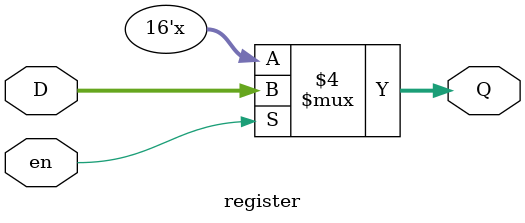
<source format=v>
/* ENGR 468 - Milestone #2 Memory
Register module
*/

module register_bank(enable, destination_data, q);
	input [7:0] enable;	// enable for 8 registers
	input [15:0] destination_data; // data returned from ALU block
	output [127:0] q; // 16 bit output from 8 registers
	genvar i;
		
	generate for (i =0; i<8; i= i+1)
	begin
		register r(q[16*i +: 16], destination_data, enable[i]);
	end
	endgenerate 
endmodule	


module register(Q, D, en);
	input en;
	input[15:0] D;
	output reg[15:0] Q;
	
	always @(*)
	begin
		if (en == 1'b1)
			Q = D;
	end
	
	
endmodule
	
</source>
